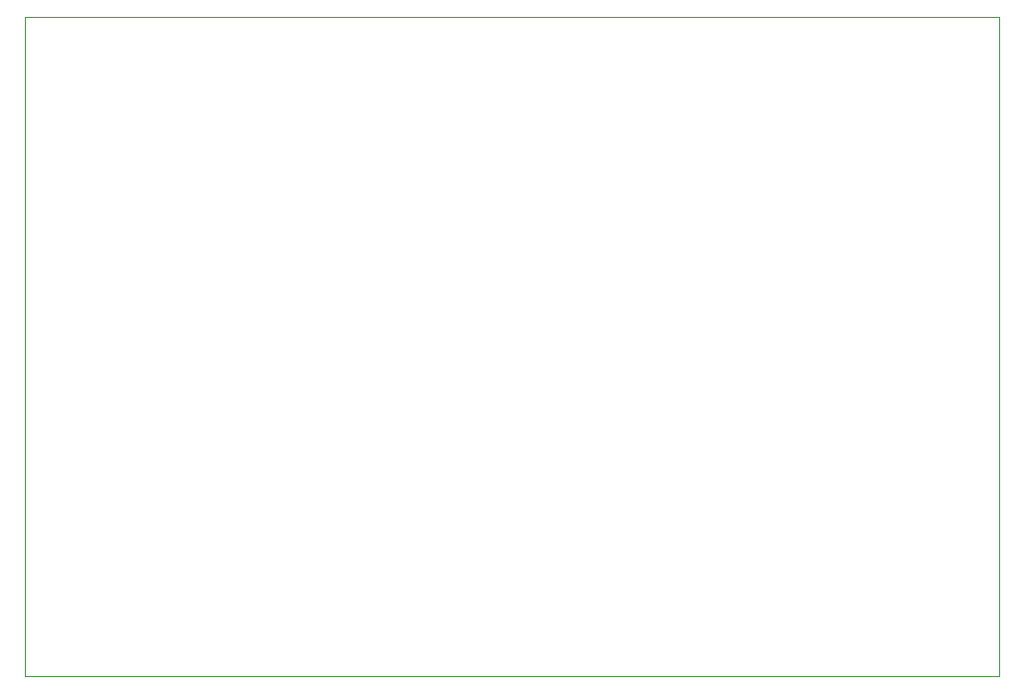
<source format=gm1>
%TF.GenerationSoftware,KiCad,Pcbnew,9.0.6*%
%TF.CreationDate,2025-11-17T01:57:32-05:00*%
%TF.ProjectId,DoodleBot,446f6f64-6c65-4426-9f74-2e6b69636164,rev?*%
%TF.SameCoordinates,Original*%
%TF.FileFunction,Profile,NP*%
%FSLAX46Y46*%
G04 Gerber Fmt 4.6, Leading zero omitted, Abs format (unit mm)*
G04 Created by KiCad (PCBNEW 9.0.6) date 2025-11-17 01:57:32*
%MOMM*%
%LPD*%
G01*
G04 APERTURE LIST*
%TA.AperFunction,Profile*%
%ADD10C,0.100000*%
%TD*%
G04 APERTURE END LIST*
D10*
X64000000Y-78300000D02*
X146900000Y-78300000D01*
X146900000Y-134400000D01*
X64000000Y-134400000D01*
X64000000Y-78300000D01*
M02*

</source>
